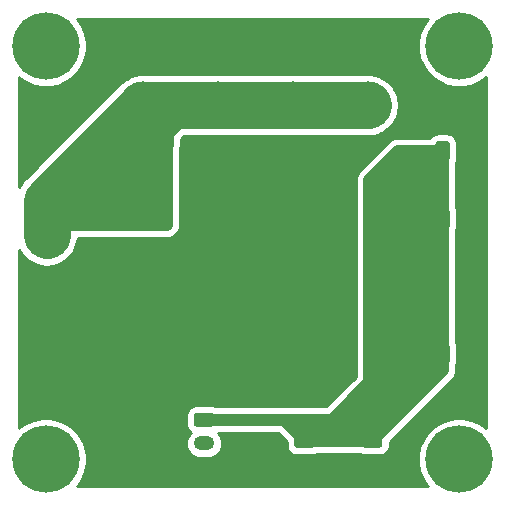
<source format=gbr>
%TF.GenerationSoftware,KiCad,Pcbnew,(5.1.9)-1*%
%TF.CreationDate,2021-02-27T14:58:15+09:00*%
%TF.ProjectId,universal_power_board_v1.2,756e6976-6572-4736-916c-5f706f776572,rev?*%
%TF.SameCoordinates,Original*%
%TF.FileFunction,Copper,L2,Bot*%
%TF.FilePolarity,Positive*%
%FSLAX46Y46*%
G04 Gerber Fmt 4.6, Leading zero omitted, Abs format (unit mm)*
G04 Created by KiCad (PCBNEW (5.1.9)-1) date 2021-02-27 14:58:15*
%MOMM*%
%LPD*%
G01*
G04 APERTURE LIST*
%TA.AperFunction,NonConductor*%
%ADD10C,0.100000*%
%TD*%
%TA.AperFunction,ComponentPad*%
%ADD11C,4.000000*%
%TD*%
%TA.AperFunction,ComponentPad*%
%ADD12R,3.800000X3.800000*%
%TD*%
%TA.AperFunction,ComponentPad*%
%ADD13O,1.750000X1.200000*%
%TD*%
%TA.AperFunction,ComponentPad*%
%ADD14O,1.200000X1.750000*%
%TD*%
%TA.AperFunction,ComponentPad*%
%ADD15C,3.800000*%
%TD*%
%TA.AperFunction,ComponentPad*%
%ADD16C,5.700000*%
%TD*%
%TA.AperFunction,ViaPad*%
%ADD17C,0.800000*%
%TD*%
%TA.AperFunction,Conductor*%
%ADD18C,4.000000*%
%TD*%
%TA.AperFunction,Conductor*%
%ADD19C,1.000000*%
%TD*%
%TA.AperFunction,Conductor*%
%ADD20C,0.250000*%
%TD*%
%TA.AperFunction,Conductor*%
%ADD21C,0.254000*%
%TD*%
%TA.AperFunction,Conductor*%
%ADD22C,0.100000*%
%TD*%
G04 APERTURE END LIST*
D10*
G36*
X130048000Y-83947000D02*
G01*
X124333000Y-89916000D01*
X118364000Y-90170000D01*
X116586000Y-88265000D01*
X120650000Y-88265000D01*
X123698000Y-85217000D01*
X123825000Y-67945000D01*
X126365000Y-65659000D01*
X130048000Y-65532000D01*
X130048000Y-83947000D01*
G37*
X130048000Y-83947000D02*
X124333000Y-89916000D01*
X118364000Y-90170000D01*
X116586000Y-88265000D01*
X120650000Y-88265000D01*
X123698000Y-85217000D01*
X123825000Y-67945000D01*
X126365000Y-65659000D01*
X130048000Y-65532000D01*
X130048000Y-83947000D01*
G36*
X106680000Y-71501000D02*
G01*
X97917000Y-71882000D01*
X97917000Y-70485000D01*
X105283000Y-63500000D01*
X107315000Y-63373000D01*
X106680000Y-71501000D01*
G37*
X106680000Y-71501000D02*
X97917000Y-71882000D01*
X97917000Y-70485000D01*
X105283000Y-63500000D01*
X107315000Y-63373000D01*
X106680000Y-71501000D01*
D11*
%TO.P,J12,2*%
%TO.N,+BATT*%
X123705000Y-61642000D03*
D12*
%TO.P,J12,1*%
%TO.N,GND*%
X123705000Y-56642000D03*
%TD*%
D11*
%TO.P,J11,2*%
%TO.N,+BATT*%
X117355000Y-61642000D03*
D12*
%TO.P,J11,1*%
%TO.N,GND*%
X117355000Y-56642000D03*
%TD*%
D13*
%TO.P,J10,2*%
%TO.N,GND*%
X124079000Y-92043000D03*
%TO.P,J10,1*%
%TO.N,+5V*%
%TA.AperFunction,ComponentPad*%
G36*
G01*
X123453999Y-89443000D02*
X124704001Y-89443000D01*
G75*
G02*
X124954000Y-89692999I0J-249999D01*
G01*
X124954000Y-90393001D01*
G75*
G02*
X124704001Y-90643000I-249999J0D01*
G01*
X123453999Y-90643000D01*
G75*
G02*
X123204000Y-90393001I0J249999D01*
G01*
X123204000Y-89692999D01*
G75*
G02*
X123453999Y-89443000I249999J0D01*
G01*
G37*
%TD.AperFunction*%
%TD*%
%TO.P,J9,2*%
%TO.N,GND*%
X118364000Y-92043000D03*
%TO.P,J9,1*%
%TO.N,+5V*%
%TA.AperFunction,ComponentPad*%
G36*
G01*
X117738999Y-89443000D02*
X118989001Y-89443000D01*
G75*
G02*
X119239000Y-89692999I0J-249999D01*
G01*
X119239000Y-90393001D01*
G75*
G02*
X118989001Y-90643000I-249999J0D01*
G01*
X117738999Y-90643000D01*
G75*
G02*
X117489000Y-90393001I0J249999D01*
G01*
X117489000Y-89692999D01*
G75*
G02*
X117738999Y-89443000I249999J0D01*
G01*
G37*
%TD.AperFunction*%
%TD*%
D14*
%TO.P,J8,2*%
%TO.N,GND*%
X132048000Y-82677000D03*
%TO.P,J8,1*%
%TO.N,+5V*%
%TA.AperFunction,ComponentPad*%
G36*
G01*
X129448000Y-83302001D02*
X129448000Y-82051999D01*
G75*
G02*
X129697999Y-81802000I249999J0D01*
G01*
X130398001Y-81802000D01*
G75*
G02*
X130648000Y-82051999I0J-249999D01*
G01*
X130648000Y-83302001D01*
G75*
G02*
X130398001Y-83552000I-249999J0D01*
G01*
X129697999Y-83552000D01*
G75*
G02*
X129448000Y-83302001I0J249999D01*
G01*
G37*
%TD.AperFunction*%
%TD*%
%TO.P,J7,2*%
%TO.N,GND*%
X131953000Y-76962000D03*
%TO.P,J7,1*%
%TO.N,+5V*%
%TA.AperFunction,ComponentPad*%
G36*
G01*
X129353000Y-77587001D02*
X129353000Y-76336999D01*
G75*
G02*
X129602999Y-76087000I249999J0D01*
G01*
X130303001Y-76087000D01*
G75*
G02*
X130553000Y-76336999I0J-249999D01*
G01*
X130553000Y-77587001D01*
G75*
G02*
X130303001Y-77837000I-249999J0D01*
G01*
X129602999Y-77837000D01*
G75*
G02*
X129353000Y-77587001I0J249999D01*
G01*
G37*
%TD.AperFunction*%
%TD*%
D11*
%TO.P,J6,2*%
%TO.N,+BATT*%
X111005000Y-61642000D03*
D12*
%TO.P,J6,1*%
%TO.N,GND*%
X111005000Y-56642000D03*
%TD*%
D14*
%TO.P,J5,2*%
%TO.N,GND*%
X132048000Y-71247000D03*
%TO.P,J5,1*%
%TO.N,+5V*%
%TA.AperFunction,ComponentPad*%
G36*
G01*
X129448000Y-71872001D02*
X129448000Y-70621999D01*
G75*
G02*
X129697999Y-70372000I249999J0D01*
G01*
X130398001Y-70372000D01*
G75*
G02*
X130648000Y-70621999I0J-249999D01*
G01*
X130648000Y-71872001D01*
G75*
G02*
X130398001Y-72122000I-249999J0D01*
G01*
X129697999Y-72122000D01*
G75*
G02*
X129448000Y-71872001I0J249999D01*
G01*
G37*
%TD.AperFunction*%
%TD*%
%TO.P,J4,2*%
%TO.N,GND*%
X132048000Y-65532000D03*
%TO.P,J4,1*%
%TO.N,+5V*%
%TA.AperFunction,ComponentPad*%
G36*
G01*
X129448000Y-66157001D02*
X129448000Y-64906999D01*
G75*
G02*
X129697999Y-64657000I249999J0D01*
G01*
X130398001Y-64657000D01*
G75*
G02*
X130648000Y-64906999I0J-249999D01*
G01*
X130648000Y-66157001D01*
G75*
G02*
X130398001Y-66407000I-249999J0D01*
G01*
X129697999Y-66407000D01*
G75*
G02*
X129448000Y-66157001I0J249999D01*
G01*
G37*
%TD.AperFunction*%
%TD*%
D11*
%TO.P,J3,2*%
%TO.N,+BATT*%
X104648000Y-61642000D03*
D12*
%TO.P,J3,1*%
%TO.N,GND*%
X104648000Y-56642000D03*
%TD*%
D15*
%TO.P,J2,2*%
%TO.N,+BATT*%
X96520000Y-72644000D03*
D12*
%TO.P,J2,1*%
%TO.N,GND*%
X96520000Y-77644000D03*
%TD*%
D13*
%TO.P,J1,3*%
%TO.N,GND*%
X109855000Y-92265000D03*
%TO.P,J1,2*%
%TO.N,Net-(J1-Pad2)*%
X109855000Y-90265000D03*
%TO.P,J1,1*%
%TO.N,+5V*%
%TA.AperFunction,ComponentPad*%
G36*
G01*
X109229999Y-87665000D02*
X110480001Y-87665000D01*
G75*
G02*
X110730000Y-87914999I0J-249999D01*
G01*
X110730000Y-88615001D01*
G75*
G02*
X110480001Y-88865000I-249999J0D01*
G01*
X109229999Y-88865000D01*
G75*
G02*
X108980000Y-88615001I0J249999D01*
G01*
X108980000Y-87914999D01*
G75*
G02*
X109229999Y-87665000I249999J0D01*
G01*
G37*
%TD.AperFunction*%
%TD*%
D16*
%TO.P,H4,1*%
%TO.N,N/C*%
X131445000Y-91615000D03*
%TD*%
%TO.P,H3,1*%
%TO.N,N/C*%
X96445001Y-56615001D03*
%TD*%
%TO.P,H2,1*%
%TO.N,N/C*%
X131445000Y-56615001D03*
%TD*%
%TO.P,H1,1*%
%TO.N,N/C*%
X96445001Y-91615000D03*
%TD*%
D17*
%TO.N,GND*%
X113030000Y-74930000D03*
X114935000Y-74930000D03*
X116840000Y-74930000D03*
X116840000Y-76835000D03*
X114935000Y-76835000D03*
X113030000Y-76835000D03*
X113030000Y-78740000D03*
X114935000Y-78740000D03*
X116840000Y-78740000D03*
%TO.N,+BATT*%
X102870000Y-66040000D03*
X100965000Y-66040000D03*
X100965000Y-67945000D03*
X100965000Y-64135000D03*
X102870000Y-64135000D03*
X99060000Y-69850000D03*
X99060000Y-67945000D03*
X99060000Y-66040000D03*
X97155000Y-67945000D03*
X97155000Y-69850000D03*
X104775000Y-64135000D03*
X106680000Y-64135000D03*
X104775000Y-69850000D03*
X102870000Y-71755000D03*
X104775000Y-71755000D03*
X100965000Y-71755000D03*
X100965000Y-69850000D03*
X102870000Y-69850000D03*
X102870000Y-67945000D03*
X104775000Y-67945000D03*
X104775000Y-66040000D03*
X106680000Y-66040000D03*
X106680000Y-67945000D03*
X106680000Y-69850000D03*
X106680000Y-71755000D03*
%TO.N,+5V*%
X126730000Y-69850000D03*
X124825000Y-69850000D03*
X124825000Y-67945000D03*
X126730000Y-67945000D03*
X126730000Y-71755000D03*
X124825000Y-71755000D03*
X124825000Y-73660000D03*
X126730000Y-73660000D03*
X124825000Y-77470000D03*
X124825000Y-81280000D03*
X126730000Y-81280000D03*
X126730000Y-79375000D03*
X124825000Y-79375000D03*
X126730000Y-77470000D03*
X126730000Y-75565000D03*
X124825000Y-75565000D03*
X124825000Y-83185000D03*
X126730000Y-83185000D03*
X126730000Y-85090000D03*
X124825000Y-85090000D03*
%TD*%
D18*
%TO.N,GND*%
X104648000Y-56642000D02*
X123825000Y-56642000D01*
D19*
X132048000Y-65532000D02*
X132048000Y-83396840D01*
X118364000Y-92043000D02*
X124079000Y-92043000D01*
D20*
X118142000Y-92265000D02*
X118364000Y-92043000D01*
D19*
X109855000Y-92265000D02*
X118142000Y-92265000D01*
D18*
%TO.N,+BATT*%
X96520000Y-69770000D02*
X104648000Y-61642000D01*
X96520000Y-72644000D02*
X96520000Y-69770000D01*
D19*
X109173000Y-61642000D02*
X106680000Y-64135000D01*
X111125000Y-61642000D02*
X109173000Y-61642000D01*
X106680000Y-64135000D02*
X106680000Y-71755000D01*
X97409000Y-71755000D02*
X96520000Y-72644000D01*
X106680000Y-71755000D02*
X97409000Y-71755000D01*
D18*
X104648000Y-61642000D02*
X123705000Y-61642000D01*
D19*
%TO.N,+5V*%
X130048000Y-65532000D02*
X130048000Y-82677000D01*
X124079000Y-90043000D02*
X118364000Y-90043000D01*
X116586000Y-88265000D02*
X118364000Y-90043000D01*
X109855000Y-88265000D02*
X116586000Y-88265000D01*
X130048000Y-84074000D02*
X124079000Y-90043000D01*
X130048000Y-82677000D02*
X130048000Y-84074000D01*
X120650000Y-88265000D02*
X123825000Y-85090000D01*
X116586000Y-88265000D02*
X120650000Y-88265000D01*
X123825000Y-85090000D02*
X123825000Y-67945000D01*
X126238000Y-65532000D02*
X123825000Y-67945000D01*
X130048000Y-65532000D02*
X126238000Y-65532000D01*
%TD*%
D21*
%TO.N,GND*%
X128738024Y-54393443D02*
X128356633Y-54964235D01*
X128093927Y-55598464D01*
X127960000Y-56271759D01*
X127960000Y-56958243D01*
X128093927Y-57631538D01*
X128356633Y-58265767D01*
X128738024Y-58836559D01*
X129223442Y-59321977D01*
X129794234Y-59703368D01*
X130428463Y-59966074D01*
X131101758Y-60100001D01*
X131788242Y-60100001D01*
X132461537Y-59966074D01*
X133095766Y-59703368D01*
X133666558Y-59321977D01*
X133710000Y-59278535D01*
X133710001Y-88951467D01*
X133666558Y-88908024D01*
X133095766Y-88526633D01*
X132461537Y-88263927D01*
X131788242Y-88130000D01*
X131101758Y-88130000D01*
X130428463Y-88263927D01*
X129794234Y-88526633D01*
X129223442Y-88908024D01*
X128738024Y-89393442D01*
X128356633Y-89964234D01*
X128093927Y-90598463D01*
X127960000Y-91271758D01*
X127960000Y-91958242D01*
X128093927Y-92631537D01*
X128356633Y-93265766D01*
X128738024Y-93836558D01*
X128781466Y-93880000D01*
X99108535Y-93880000D01*
X99151977Y-93836558D01*
X99533368Y-93265766D01*
X99796074Y-92631537D01*
X99930001Y-91958242D01*
X99930001Y-91271758D01*
X99796074Y-90598463D01*
X99657950Y-90265000D01*
X108339025Y-90265000D01*
X108362870Y-90507102D01*
X108433489Y-90739901D01*
X108548167Y-90954449D01*
X108702498Y-91142502D01*
X108890551Y-91296833D01*
X109105099Y-91411511D01*
X109337898Y-91482130D01*
X109519335Y-91500000D01*
X110190665Y-91500000D01*
X110372102Y-91482130D01*
X110604901Y-91411511D01*
X110819449Y-91296833D01*
X111007502Y-91142502D01*
X111161833Y-90954449D01*
X111276511Y-90739901D01*
X111347130Y-90507102D01*
X111370975Y-90265000D01*
X111347130Y-90022898D01*
X111276511Y-89790099D01*
X111161833Y-89575551D01*
X111017762Y-89400000D01*
X116115869Y-89400000D01*
X116850928Y-90135060D01*
X116850928Y-90393001D01*
X116867992Y-90566255D01*
X116918528Y-90732851D01*
X117000595Y-90886387D01*
X117111038Y-91020962D01*
X117245613Y-91131405D01*
X117399149Y-91213472D01*
X117565745Y-91264008D01*
X117738999Y-91281072D01*
X118989001Y-91281072D01*
X119162255Y-91264008D01*
X119328851Y-91213472D01*
X119395214Y-91178000D01*
X123047786Y-91178000D01*
X123114149Y-91213472D01*
X123280745Y-91264008D01*
X123453999Y-91281072D01*
X124704001Y-91281072D01*
X124877255Y-91264008D01*
X125043851Y-91213472D01*
X125197387Y-91131405D01*
X125331962Y-91020962D01*
X125442405Y-90886387D01*
X125524472Y-90732851D01*
X125575008Y-90566255D01*
X125592072Y-90393001D01*
X125592072Y-90135059D01*
X130811141Y-84915991D01*
X130854449Y-84880449D01*
X130996284Y-84707623D01*
X131101676Y-84510447D01*
X131166577Y-84296499D01*
X131183000Y-84129752D01*
X131188491Y-84074000D01*
X131183000Y-84018248D01*
X131183000Y-83708214D01*
X131218472Y-83641851D01*
X131269008Y-83475255D01*
X131286072Y-83302001D01*
X131286072Y-82051999D01*
X131269008Y-81878745D01*
X131218472Y-81712149D01*
X131183000Y-81645786D01*
X131183000Y-77668958D01*
X131191072Y-77587001D01*
X131191072Y-76336999D01*
X131183000Y-76255042D01*
X131183000Y-72278214D01*
X131218472Y-72211851D01*
X131269008Y-72045255D01*
X131286072Y-71872001D01*
X131286072Y-70621999D01*
X131269008Y-70448745D01*
X131218472Y-70282149D01*
X131183000Y-70215786D01*
X131183000Y-66563214D01*
X131218472Y-66496851D01*
X131269008Y-66330255D01*
X131286072Y-66157001D01*
X131286072Y-64906999D01*
X131269008Y-64733745D01*
X131218472Y-64567149D01*
X131136405Y-64413613D01*
X131025962Y-64279038D01*
X130891387Y-64168595D01*
X130737851Y-64086528D01*
X130571255Y-64035992D01*
X130398001Y-64018928D01*
X129697999Y-64018928D01*
X129524745Y-64035992D01*
X129358149Y-64086528D01*
X129204613Y-64168595D01*
X129070038Y-64279038D01*
X128973229Y-64397000D01*
X126293741Y-64397000D01*
X126237999Y-64391510D01*
X126182257Y-64397000D01*
X126182248Y-64397000D01*
X126015501Y-64413423D01*
X125801553Y-64478324D01*
X125604377Y-64583716D01*
X125431551Y-64725551D01*
X125396009Y-64768859D01*
X123061860Y-67103009D01*
X123018552Y-67138551D01*
X122876717Y-67311377D01*
X122845878Y-67369074D01*
X122771324Y-67508554D01*
X122706423Y-67722502D01*
X122684509Y-67945000D01*
X122690001Y-68000762D01*
X122690000Y-84619868D01*
X120179869Y-87130000D01*
X116641751Y-87130000D01*
X116586000Y-87124509D01*
X116530249Y-87130000D01*
X110886214Y-87130000D01*
X110819851Y-87094528D01*
X110653255Y-87043992D01*
X110480001Y-87026928D01*
X109229999Y-87026928D01*
X109056745Y-87043992D01*
X108890149Y-87094528D01*
X108736613Y-87176595D01*
X108602038Y-87287038D01*
X108491595Y-87421613D01*
X108409528Y-87575149D01*
X108358992Y-87741745D01*
X108341928Y-87914999D01*
X108341928Y-88615001D01*
X108358992Y-88788255D01*
X108409528Y-88954851D01*
X108491595Y-89108387D01*
X108602038Y-89242962D01*
X108736613Y-89353405D01*
X108741111Y-89355809D01*
X108702498Y-89387498D01*
X108548167Y-89575551D01*
X108433489Y-89790099D01*
X108362870Y-90022898D01*
X108339025Y-90265000D01*
X99657950Y-90265000D01*
X99533368Y-89964234D01*
X99151977Y-89393442D01*
X98666559Y-88908024D01*
X98095767Y-88526633D01*
X97461538Y-88263927D01*
X96788243Y-88130000D01*
X96101759Y-88130000D01*
X95428464Y-88263927D01*
X94794235Y-88526633D01*
X94223443Y-88908024D01*
X94180001Y-88951466D01*
X94180001Y-73855939D01*
X94318477Y-74115010D01*
X94647759Y-74516241D01*
X95048989Y-74845523D01*
X95506750Y-75090201D01*
X96003450Y-75240873D01*
X96520000Y-75291749D01*
X97036549Y-75240873D01*
X97533249Y-75090201D01*
X97991010Y-74845523D01*
X98392241Y-74516241D01*
X98721523Y-74115011D01*
X98966201Y-73657250D01*
X99116873Y-73160550D01*
X99143520Y-72890000D01*
X106624249Y-72890000D01*
X106680000Y-72895491D01*
X106902499Y-72873577D01*
X107116447Y-72808676D01*
X107313623Y-72703284D01*
X107486449Y-72561449D01*
X107628284Y-72388623D01*
X107733676Y-72191447D01*
X107798577Y-71977499D01*
X107815000Y-71810752D01*
X107820491Y-71755000D01*
X107815000Y-71699248D01*
X107815000Y-65767716D01*
X107913524Y-64506607D01*
X108143131Y-64277000D01*
X123964525Y-64277000D01*
X124092111Y-64251622D01*
X124221550Y-64238873D01*
X124346012Y-64201118D01*
X124473601Y-64175739D01*
X124593787Y-64125956D01*
X124718250Y-64088201D01*
X124832958Y-64026889D01*
X124953141Y-63977107D01*
X125061301Y-63904837D01*
X125176011Y-63843523D01*
X125276556Y-63761008D01*
X125384715Y-63688738D01*
X125476699Y-63596754D01*
X125577241Y-63514241D01*
X125659756Y-63413697D01*
X125751738Y-63321715D01*
X125824008Y-63213556D01*
X125906523Y-63113011D01*
X125967837Y-62998301D01*
X126040107Y-62890141D01*
X126089889Y-62769958D01*
X126151201Y-62655250D01*
X126188956Y-62530787D01*
X126238739Y-62410601D01*
X126264118Y-62283012D01*
X126301873Y-62158550D01*
X126314622Y-62029111D01*
X126340000Y-61901525D01*
X126340000Y-61771442D01*
X126352749Y-61642000D01*
X126340000Y-61512558D01*
X126340000Y-61382475D01*
X126314622Y-61254889D01*
X126301873Y-61125450D01*
X126264118Y-61000988D01*
X126238739Y-60873399D01*
X126188956Y-60753213D01*
X126151201Y-60628750D01*
X126089889Y-60514042D01*
X126040107Y-60393859D01*
X125967837Y-60285699D01*
X125906523Y-60170989D01*
X125824008Y-60070444D01*
X125751738Y-59962285D01*
X125659754Y-59870301D01*
X125577241Y-59769759D01*
X125476698Y-59687245D01*
X125384715Y-59595262D01*
X125276556Y-59522992D01*
X125176011Y-59440477D01*
X125061301Y-59379163D01*
X124953141Y-59306893D01*
X124832958Y-59257111D01*
X124718250Y-59195799D01*
X124593787Y-59158044D01*
X124473601Y-59108261D01*
X124346012Y-59082882D01*
X124221550Y-59045127D01*
X124092111Y-59032378D01*
X123964525Y-59007000D01*
X104777434Y-59007000D01*
X104648000Y-58994252D01*
X104518566Y-59007000D01*
X104388475Y-59007000D01*
X104260889Y-59032378D01*
X104131450Y-59045127D01*
X104006988Y-59082882D01*
X103879399Y-59108261D01*
X103759213Y-59158044D01*
X103634750Y-59195799D01*
X103520042Y-59257111D01*
X103399859Y-59306893D01*
X103291699Y-59379163D01*
X103176989Y-59440477D01*
X103076444Y-59522992D01*
X102968285Y-59595262D01*
X102876302Y-59687245D01*
X102775759Y-59769759D01*
X102693246Y-59870301D01*
X102601262Y-59962285D01*
X102601260Y-59962288D01*
X94748302Y-67815246D01*
X94647760Y-67897759D01*
X94318478Y-68298989D01*
X94245642Y-68435256D01*
X94180001Y-68558062D01*
X94180001Y-59278535D01*
X94223443Y-59321977D01*
X94794235Y-59703368D01*
X95428464Y-59966074D01*
X96101759Y-60100001D01*
X96788243Y-60100001D01*
X97461538Y-59966074D01*
X98095767Y-59703368D01*
X98666559Y-59321977D01*
X99151977Y-58836559D01*
X99533368Y-58265767D01*
X99796074Y-57631538D01*
X99930001Y-56958243D01*
X99930001Y-56271759D01*
X99796074Y-55598464D01*
X99533368Y-54964235D01*
X99151977Y-54393443D01*
X99108535Y-54350001D01*
X128781466Y-54350001D01*
X128738024Y-54393443D01*
%TA.AperFunction,Conductor*%
D22*
G36*
X128738024Y-54393443D02*
G01*
X128356633Y-54964235D01*
X128093927Y-55598464D01*
X127960000Y-56271759D01*
X127960000Y-56958243D01*
X128093927Y-57631538D01*
X128356633Y-58265767D01*
X128738024Y-58836559D01*
X129223442Y-59321977D01*
X129794234Y-59703368D01*
X130428463Y-59966074D01*
X131101758Y-60100001D01*
X131788242Y-60100001D01*
X132461537Y-59966074D01*
X133095766Y-59703368D01*
X133666558Y-59321977D01*
X133710000Y-59278535D01*
X133710001Y-88951467D01*
X133666558Y-88908024D01*
X133095766Y-88526633D01*
X132461537Y-88263927D01*
X131788242Y-88130000D01*
X131101758Y-88130000D01*
X130428463Y-88263927D01*
X129794234Y-88526633D01*
X129223442Y-88908024D01*
X128738024Y-89393442D01*
X128356633Y-89964234D01*
X128093927Y-90598463D01*
X127960000Y-91271758D01*
X127960000Y-91958242D01*
X128093927Y-92631537D01*
X128356633Y-93265766D01*
X128738024Y-93836558D01*
X128781466Y-93880000D01*
X99108535Y-93880000D01*
X99151977Y-93836558D01*
X99533368Y-93265766D01*
X99796074Y-92631537D01*
X99930001Y-91958242D01*
X99930001Y-91271758D01*
X99796074Y-90598463D01*
X99657950Y-90265000D01*
X108339025Y-90265000D01*
X108362870Y-90507102D01*
X108433489Y-90739901D01*
X108548167Y-90954449D01*
X108702498Y-91142502D01*
X108890551Y-91296833D01*
X109105099Y-91411511D01*
X109337898Y-91482130D01*
X109519335Y-91500000D01*
X110190665Y-91500000D01*
X110372102Y-91482130D01*
X110604901Y-91411511D01*
X110819449Y-91296833D01*
X111007502Y-91142502D01*
X111161833Y-90954449D01*
X111276511Y-90739901D01*
X111347130Y-90507102D01*
X111370975Y-90265000D01*
X111347130Y-90022898D01*
X111276511Y-89790099D01*
X111161833Y-89575551D01*
X111017762Y-89400000D01*
X116115869Y-89400000D01*
X116850928Y-90135060D01*
X116850928Y-90393001D01*
X116867992Y-90566255D01*
X116918528Y-90732851D01*
X117000595Y-90886387D01*
X117111038Y-91020962D01*
X117245613Y-91131405D01*
X117399149Y-91213472D01*
X117565745Y-91264008D01*
X117738999Y-91281072D01*
X118989001Y-91281072D01*
X119162255Y-91264008D01*
X119328851Y-91213472D01*
X119395214Y-91178000D01*
X123047786Y-91178000D01*
X123114149Y-91213472D01*
X123280745Y-91264008D01*
X123453999Y-91281072D01*
X124704001Y-91281072D01*
X124877255Y-91264008D01*
X125043851Y-91213472D01*
X125197387Y-91131405D01*
X125331962Y-91020962D01*
X125442405Y-90886387D01*
X125524472Y-90732851D01*
X125575008Y-90566255D01*
X125592072Y-90393001D01*
X125592072Y-90135059D01*
X130811141Y-84915991D01*
X130854449Y-84880449D01*
X130996284Y-84707623D01*
X131101676Y-84510447D01*
X131166577Y-84296499D01*
X131183000Y-84129752D01*
X131188491Y-84074000D01*
X131183000Y-84018248D01*
X131183000Y-83708214D01*
X131218472Y-83641851D01*
X131269008Y-83475255D01*
X131286072Y-83302001D01*
X131286072Y-82051999D01*
X131269008Y-81878745D01*
X131218472Y-81712149D01*
X131183000Y-81645786D01*
X131183000Y-77668958D01*
X131191072Y-77587001D01*
X131191072Y-76336999D01*
X131183000Y-76255042D01*
X131183000Y-72278214D01*
X131218472Y-72211851D01*
X131269008Y-72045255D01*
X131286072Y-71872001D01*
X131286072Y-70621999D01*
X131269008Y-70448745D01*
X131218472Y-70282149D01*
X131183000Y-70215786D01*
X131183000Y-66563214D01*
X131218472Y-66496851D01*
X131269008Y-66330255D01*
X131286072Y-66157001D01*
X131286072Y-64906999D01*
X131269008Y-64733745D01*
X131218472Y-64567149D01*
X131136405Y-64413613D01*
X131025962Y-64279038D01*
X130891387Y-64168595D01*
X130737851Y-64086528D01*
X130571255Y-64035992D01*
X130398001Y-64018928D01*
X129697999Y-64018928D01*
X129524745Y-64035992D01*
X129358149Y-64086528D01*
X129204613Y-64168595D01*
X129070038Y-64279038D01*
X128973229Y-64397000D01*
X126293741Y-64397000D01*
X126237999Y-64391510D01*
X126182257Y-64397000D01*
X126182248Y-64397000D01*
X126015501Y-64413423D01*
X125801553Y-64478324D01*
X125604377Y-64583716D01*
X125431551Y-64725551D01*
X125396009Y-64768859D01*
X123061860Y-67103009D01*
X123018552Y-67138551D01*
X122876717Y-67311377D01*
X122845878Y-67369074D01*
X122771324Y-67508554D01*
X122706423Y-67722502D01*
X122684509Y-67945000D01*
X122690001Y-68000762D01*
X122690000Y-84619868D01*
X120179869Y-87130000D01*
X116641751Y-87130000D01*
X116586000Y-87124509D01*
X116530249Y-87130000D01*
X110886214Y-87130000D01*
X110819851Y-87094528D01*
X110653255Y-87043992D01*
X110480001Y-87026928D01*
X109229999Y-87026928D01*
X109056745Y-87043992D01*
X108890149Y-87094528D01*
X108736613Y-87176595D01*
X108602038Y-87287038D01*
X108491595Y-87421613D01*
X108409528Y-87575149D01*
X108358992Y-87741745D01*
X108341928Y-87914999D01*
X108341928Y-88615001D01*
X108358992Y-88788255D01*
X108409528Y-88954851D01*
X108491595Y-89108387D01*
X108602038Y-89242962D01*
X108736613Y-89353405D01*
X108741111Y-89355809D01*
X108702498Y-89387498D01*
X108548167Y-89575551D01*
X108433489Y-89790099D01*
X108362870Y-90022898D01*
X108339025Y-90265000D01*
X99657950Y-90265000D01*
X99533368Y-89964234D01*
X99151977Y-89393442D01*
X98666559Y-88908024D01*
X98095767Y-88526633D01*
X97461538Y-88263927D01*
X96788243Y-88130000D01*
X96101759Y-88130000D01*
X95428464Y-88263927D01*
X94794235Y-88526633D01*
X94223443Y-88908024D01*
X94180001Y-88951466D01*
X94180001Y-73855939D01*
X94318477Y-74115010D01*
X94647759Y-74516241D01*
X95048989Y-74845523D01*
X95506750Y-75090201D01*
X96003450Y-75240873D01*
X96520000Y-75291749D01*
X97036549Y-75240873D01*
X97533249Y-75090201D01*
X97991010Y-74845523D01*
X98392241Y-74516241D01*
X98721523Y-74115011D01*
X98966201Y-73657250D01*
X99116873Y-73160550D01*
X99143520Y-72890000D01*
X106624249Y-72890000D01*
X106680000Y-72895491D01*
X106902499Y-72873577D01*
X107116447Y-72808676D01*
X107313623Y-72703284D01*
X107486449Y-72561449D01*
X107628284Y-72388623D01*
X107733676Y-72191447D01*
X107798577Y-71977499D01*
X107815000Y-71810752D01*
X107820491Y-71755000D01*
X107815000Y-71699248D01*
X107815000Y-65767716D01*
X107913524Y-64506607D01*
X108143131Y-64277000D01*
X123964525Y-64277000D01*
X124092111Y-64251622D01*
X124221550Y-64238873D01*
X124346012Y-64201118D01*
X124473601Y-64175739D01*
X124593787Y-64125956D01*
X124718250Y-64088201D01*
X124832958Y-64026889D01*
X124953141Y-63977107D01*
X125061301Y-63904837D01*
X125176011Y-63843523D01*
X125276556Y-63761008D01*
X125384715Y-63688738D01*
X125476699Y-63596754D01*
X125577241Y-63514241D01*
X125659756Y-63413697D01*
X125751738Y-63321715D01*
X125824008Y-63213556D01*
X125906523Y-63113011D01*
X125967837Y-62998301D01*
X126040107Y-62890141D01*
X126089889Y-62769958D01*
X126151201Y-62655250D01*
X126188956Y-62530787D01*
X126238739Y-62410601D01*
X126264118Y-62283012D01*
X126301873Y-62158550D01*
X126314622Y-62029111D01*
X126340000Y-61901525D01*
X126340000Y-61771442D01*
X126352749Y-61642000D01*
X126340000Y-61512558D01*
X126340000Y-61382475D01*
X126314622Y-61254889D01*
X126301873Y-61125450D01*
X126264118Y-61000988D01*
X126238739Y-60873399D01*
X126188956Y-60753213D01*
X126151201Y-60628750D01*
X126089889Y-60514042D01*
X126040107Y-60393859D01*
X125967837Y-60285699D01*
X125906523Y-60170989D01*
X125824008Y-60070444D01*
X125751738Y-59962285D01*
X125659754Y-59870301D01*
X125577241Y-59769759D01*
X125476698Y-59687245D01*
X125384715Y-59595262D01*
X125276556Y-59522992D01*
X125176011Y-59440477D01*
X125061301Y-59379163D01*
X124953141Y-59306893D01*
X124832958Y-59257111D01*
X124718250Y-59195799D01*
X124593787Y-59158044D01*
X124473601Y-59108261D01*
X124346012Y-59082882D01*
X124221550Y-59045127D01*
X124092111Y-59032378D01*
X123964525Y-59007000D01*
X104777434Y-59007000D01*
X104648000Y-58994252D01*
X104518566Y-59007000D01*
X104388475Y-59007000D01*
X104260889Y-59032378D01*
X104131450Y-59045127D01*
X104006988Y-59082882D01*
X103879399Y-59108261D01*
X103759213Y-59158044D01*
X103634750Y-59195799D01*
X103520042Y-59257111D01*
X103399859Y-59306893D01*
X103291699Y-59379163D01*
X103176989Y-59440477D01*
X103076444Y-59522992D01*
X102968285Y-59595262D01*
X102876302Y-59687245D01*
X102775759Y-59769759D01*
X102693246Y-59870301D01*
X102601262Y-59962285D01*
X102601260Y-59962288D01*
X94748302Y-67815246D01*
X94647760Y-67897759D01*
X94318478Y-68298989D01*
X94245642Y-68435256D01*
X94180001Y-68558062D01*
X94180001Y-59278535D01*
X94223443Y-59321977D01*
X94794235Y-59703368D01*
X95428464Y-59966074D01*
X96101759Y-60100001D01*
X96788243Y-60100001D01*
X97461538Y-59966074D01*
X98095767Y-59703368D01*
X98666559Y-59321977D01*
X99151977Y-58836559D01*
X99533368Y-58265767D01*
X99796074Y-57631538D01*
X99930001Y-56958243D01*
X99930001Y-56271759D01*
X99796074Y-55598464D01*
X99533368Y-54964235D01*
X99151977Y-54393443D01*
X99108535Y-54350001D01*
X128781466Y-54350001D01*
X128738024Y-54393443D01*
G37*
%TD.AperFunction*%
%TD*%
M02*

</source>
